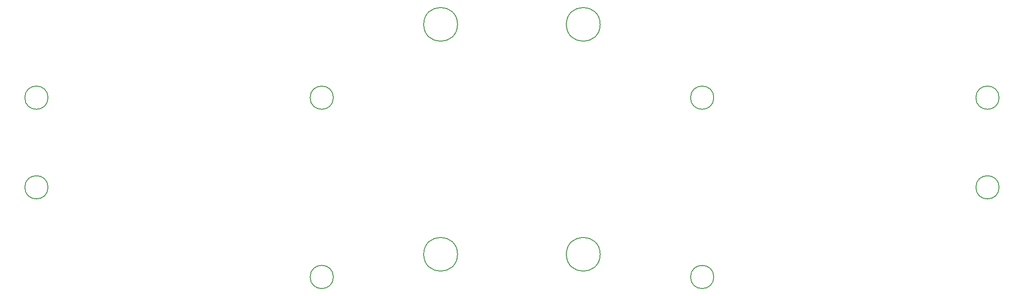
<source format=gbr>
%TF.GenerationSoftware,KiCad,Pcbnew,7.0.1*%
%TF.CreationDate,2023-03-24T14:03:17-04:00*%
%TF.ProjectId,kurp,6b757270-2e6b-4696-9361-645f70636258,v1.0.0*%
%TF.SameCoordinates,Original*%
%TF.FileFunction,Other,Comment*%
%FSLAX46Y46*%
G04 Gerber Fmt 4.6, Leading zero omitted, Abs format (unit mm)*
G04 Created by KiCad (PCBNEW 7.0.1) date 2023-03-24 14:03:17*
%MOMM*%
%LPD*%
G01*
G04 APERTURE LIST*
%ADD10C,0.150000*%
G04 APERTURE END LIST*
D10*
%TO.C,H8*%
X133700000Y-4200000D02*
G75*
G03*
X133700000Y-4200000I-3200000J0D01*
G01*
%TO.C,H7*%
X106700000Y-4200000D02*
G75*
G03*
X106700000Y-4200000I-3200000J0D01*
G01*
%TO.C,H6*%
X133700000Y39400000D02*
G75*
G03*
X133700000Y39400000I-3200000J0D01*
G01*
%TO.C,H5*%
X106700000Y39400000D02*
G75*
G03*
X106700000Y39400000I-3200000J0D01*
G01*
%TO.C,H12*%
X155200000Y-8500000D02*
G75*
G03*
X155200000Y-8500000I-2200000J0D01*
G01*
%TO.C,H11*%
X83200000Y-8500000D02*
G75*
G03*
X83200000Y-8500000I-2200000J0D01*
G01*
%TO.C,H10*%
X155200000Y25500000D02*
G75*
G03*
X155200000Y25500000I-2200000J0D01*
G01*
%TO.C,H9*%
X83200000Y25500000D02*
G75*
G03*
X83200000Y25500000I-2200000J0D01*
G01*
%TO.C,H4*%
X209200000Y8500000D02*
G75*
G03*
X209200000Y8500000I-2200000J0D01*
G01*
%TO.C,H3*%
X29200000Y8500000D02*
G75*
G03*
X29200000Y8500000I-2200000J0D01*
G01*
%TO.C,H2*%
X209200000Y25500000D02*
G75*
G03*
X209200000Y25500000I-2200000J0D01*
G01*
%TO.C,H1*%
X29200000Y25500000D02*
G75*
G03*
X29200000Y25500000I-2200000J0D01*
G01*
%TD*%
M02*

</source>
